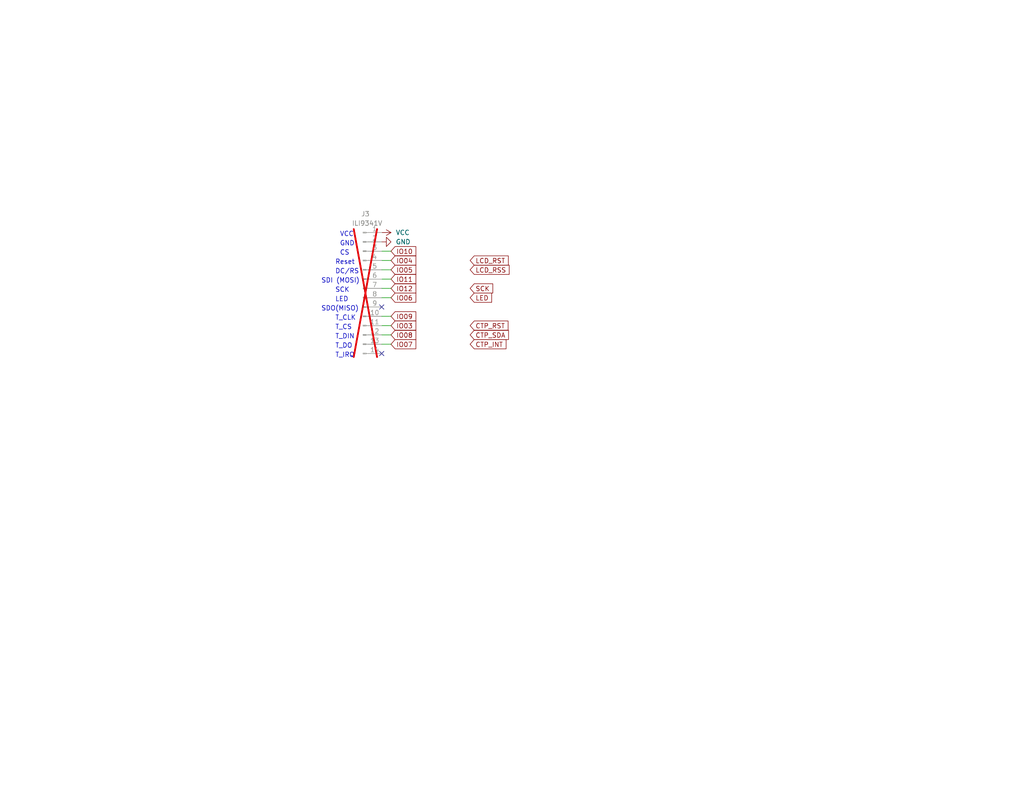
<source format=kicad_sch>
(kicad_sch (version 20231120) (generator "eeschema") (generator_version "8.0")
  (paper "USLetter")
  (title_block (title "RedTeamVillage") (date "2024-02-20") (rev "v1") (company "BadgePirates") (comment 1 "ESP32-S3 WROOM (WIFI/BTLE)") (comment 2 "USB to Serial Connector / MicroSD") (comment 3 "Lipo Charger / 14500 Battery x2 / Battery Guage") (comment 4 "4 Input Buttons  /Rotary Dials / SPI TFT"))
  (lib_symbols
    (symbol "Connector:Conn_01x14_Pin" (pin_names (offset 1.016) hide)
      (property "Reference" "J" (at 0 17.78 0))
      (property "Value" "Conn_01x14_Pin" (at 0 -20.32 0))
      (symbol "Conn_01x14_Pin_1_1"
        (polyline (pts (xy 1.27 -17.78) (xy 0.8636 -17.78)) (stroke (width 0.1524)))
        (polyline (pts (xy 1.27 -15.24) (xy 0.8636 -15.24)) (stroke (width 0.1524)))
        (polyline (pts (xy 1.27 -12.7) (xy 0.8636 -12.7)) (stroke (width 0.1524)))
        (polyline (pts (xy 1.27 -10.16) (xy 0.8636 -10.16)) (stroke (width 0.1524)))
        (polyline (pts (xy 1.27 -7.62) (xy 0.8636 -7.62)) (stroke (width 0.1524)))
        (polyline (pts (xy 1.27 -5.08) (xy 0.8636 -5.08)) (stroke (width 0.1524)))
        (polyline (pts (xy 1.27 -2.54) (xy 0.8636 -2.54)) (stroke (width 0.1524)))
        (polyline (pts (xy 1.27 0) (xy 0.8636 0)) (stroke (width 0.1524)))
        (polyline (pts (xy 1.27 2.54) (xy 0.8636 2.54)) (stroke (width 0.1524)))
        (polyline (pts (xy 1.27 5.08) (xy 0.8636 5.08)) (stroke (width 0.1524)))
        (polyline (pts (xy 1.27 7.62) (xy 0.8636 7.62)) (stroke (width 0.1524)))
        (polyline (pts (xy 1.27 10.16) (xy 0.8636 10.16)) (stroke (width 0.1524)))
        (polyline (pts (xy 1.27 12.7) (xy 0.8636 12.7)) (stroke (width 0.1524)))
        (polyline (pts (xy 1.27 15.24) (xy 0.8636 15.24)) (stroke (width 0.1524)))
        (rectangle (start 0.8636 -17.653) (end 0 -17.907) (stroke (width 0.1524)) (fill (type outline)))
        (rectangle (start 0.8636 -15.113) (end 0 -15.367) (stroke (width 0.1524)) (fill (type outline)))
        (rectangle (start 0.8636 -12.573) (end 0 -12.827) (stroke (width 0.1524)) (fill (type outline)))
        (rectangle (start 0.8636 -10.033) (end 0 -10.287) (stroke (width 0.1524)) (fill (type outline)))
        (rectangle (start 0.8636 -7.493) (end 0 -7.747) (stroke (width 0.1524)) (fill (type outline)))
        (rectangle (start 0.8636 -4.953) (end 0 -5.207) (stroke (width 0.1524)) (fill (type outline)))
        (rectangle (start 0.8636 -2.413) (end 0 -2.667) (stroke (width 0.1524)) (fill (type outline)))
        (rectangle (start 0.8636 0.127) (end 0 -0.127) (stroke (width 0.1524)) (fill (type outline)))
        (rectangle (start 0.8636 2.667) (end 0 2.413) (stroke (width 0.1524)) (fill (type outline)))
        (rectangle (start 0.8636 5.207) (end 0 4.953) (stroke (width 0.1524)) (fill (type outline)))
        (rectangle (start 0.8636 7.747) (end 0 7.493) (stroke (width 0.1524)) (fill (type outline)))
        (rectangle (start 0.8636 10.287) (end 0 10.033) (stroke (width 0.1524)) (fill (type outline)))
        (rectangle (start 0.8636 12.827) (end 0 12.573) (stroke (width 0.1524)) (fill (type outline)))
        (rectangle (start 0.8636 15.367) (end 0 15.113) (stroke (width 0.1524)) (fill (type outline)))
        (pin passive line (at 5.08 15.24 180) (length 3.81) (name "Pin_1") (number "1"))
        (pin passive line (at 5.08 -7.62 180) (length 3.81) (name "Pin_10") (number "10"))
        (pin passive line (at 5.08 -10.16 180) (length 3.81) (name "Pin_11") (number "11"))
        (pin passive line (at 5.08 -12.7 180) (length 3.81) (name "Pin_12") (number "12"))
        (pin passive line (at 5.08 -15.24 180) (length 3.81) (name "Pin_13") (number "13"))
        (pin passive line (at 5.08 -17.78 180) (length 3.81) (name "Pin_14") (number "14"))
        (pin passive line (at 5.08 12.7 180) (length 3.81) (name "Pin_2") (number "2"))
        (pin passive line (at 5.08 10.16 180) (length 3.81) (name "Pin_3") (number "3"))
        (pin passive line (at 5.08 7.62 180) (length 3.81) (name "Pin_4") (number "4"))
        (pin passive line (at 5.08 5.08 180) (length 3.81) (name "Pin_5") (number "5"))
        (pin passive line (at 5.08 2.54 180) (length 3.81) (name "Pin_6") (number "6"))
        (pin passive line (at 5.08 0 180) (length 3.81) (name "Pin_7") (number "7"))
        (pin passive line (at 5.08 -2.54 180) (length 3.81) (name "Pin_8") (number "8"))
        (pin passive line (at 5.08 -5.08 180) (length 3.81) (name "Pin_9") (number "9"))
      )
    )
    (symbol "VCC_2" (power) (pin_names (offset 0))
      (property "Value" "VCC_2" (at 0 3.81 0))
      (symbol "VCC_2_0_1"
        (polyline (pts (xy -0.762 1.27) (xy 0 2.54)))
        (polyline (pts (xy 0 0) (xy 0 2.54)))
        (polyline (pts (xy 0 2.54) (xy 0.762 1.27)))
      )
      (symbol "VCC_2_1_1"
        (pin power_in line (at 0 0 90) (length 0) hide (name "VCC") (number "1"))
      )
    )
    (symbol "power:GND" (power) (pin_names (offset 0))
      (property "Value" "GND" (at 0 -3.81 0))
      (symbol "GND_0_1"
        (polyline (pts (xy 0 0) (xy 0 -1.27) (xy 1.27 -1.27) (xy 0 -2.54) (xy -1.27 -1.27) (xy 0 -1.27)))
      )
      (symbol "GND_1_1"
        (pin power_in line (at 0 0 270) (length 0) hide (name "GND") (number "1"))
      )
    )
  )
  (no_connect (at 104.14 96.52))
  (no_connect (at 104.14 83.82))
  (wire (pts (xy 104.14 93.98) (xy 106.68 93.98)))
  (wire (pts (xy 104.14 78.74) (xy 106.68 78.74)))
  (wire (pts (xy 104.14 76.2) (xy 106.68 76.2)))
  (wire (pts (xy 104.14 81.28) (xy 106.68 81.28)))
  (wire (pts (xy 104.14 71.12) (xy 106.68 71.12)))
  (wire (pts (xy 104.14 86.36) (xy 106.68 86.36)))
  (wire (pts (xy 104.14 73.66) (xy 106.68 73.66)))
  (wire (pts (xy 104.14 88.9) (xy 106.68 88.9)))
  (wire (pts (xy 104.14 91.44) (xy 106.68 91.44)))
  (wire (pts (xy 104.14 68.58) (xy 106.68 68.58)))
  (text "Reset" (at 91.44 72.39 0) (effects (font (size 1.27 1.27)) (justify left bottom)))
  (text "SDO(MISO)" (at 87.63 85.09 0) (effects (font (size 1.27 1.27)) (justify left bottom)))
  (text "SCK" (at 91.44 80.01 0) (effects (font (size 1.27 1.27)) (justify left bottom)))
  (text "T_CLK" (at 91.44 87.63 0) (effects (font (size 1.27 1.27)) (justify left bottom)))
  (text "SDI (MOSI)" (at 87.63 77.47 0) (effects (font (size 1.27 1.27)) (justify left bottom)))
  (text "LED" (at 91.44 82.55 0) (effects (font (size 1.27 1.27)) (justify left bottom)))
  (text "T_IRQ" (at 91.44 97.79 0) (effects (font (size 1.27 1.27)) (justify left bottom)))
  (text "T_DO" (at 91.44 95.25 0) (effects (font (size 1.27 1.27)) (justify left bottom)))
  (text "GND" (at 92.71 67.31 0) (effects (font (size 1.27 1.27)) (justify left bottom)))
  (text "T_CS" (at 91.44 90.17 0) (effects (font (size 1.27 1.27)) (justify left bottom)))
  (text "DC/RS" (at 91.44 74.93 0) (effects (font (size 1.27 1.27)) (justify left bottom)))
  (text "T_DIN" (at 91.44 92.71 0) (effects (font (size 1.27 1.27)) (justify left bottom)))
  (text "VCC" (at 92.71 64.77 0) (effects (font (size 1.27 1.27)) (justify left bottom)))
  (text "CS" (at 92.71 69.85 0) (effects (font (size 1.27 1.27)) (justify left bottom)))
  (global_label "IO11" (shape input) (at 106.68 76.2 0) (property "Intersheetrefs" "${INTERSHEET_REFS}" (effects (hide yes))))
  (global_label "IO05" (shape input) (at 106.68 73.66 0) (property "Intersheetrefs" "${INTERSHEET_REFS}" (effects (hide yes))))
  (global_label "SCK" (shape input) (at 128.27 78.74 0) (property "Intersheetrefs" "${INTERSHEET_REFS}" (effects (hide yes))))
  (global_label "CTP_INT" (shape input) (at 128.27 93.98 0) (property "Intersheetrefs" "${INTERSHEET_REFS}" (effects (hide yes))))
  (global_label "LCD_RSS" (shape input) (at 128.27 73.66 0) (property "Intersheetrefs" "${INTERSHEET_REFS}" (effects (hide yes))))
  (global_label "LED" (shape input) (at 128.27 81.28 0) (property "Intersheetrefs" "${INTERSHEET_REFS}" (effects (hide yes))))
  (global_label "IO07" (shape input) (at 106.68 93.98 0) (property "Intersheetrefs" "${INTERSHEET_REFS}" (effects (hide yes))))
  (global_label "CTP_RST" (shape input) (at 128.27 88.9 0) (property "Intersheetrefs" "${INTERSHEET_REFS}" (effects (hide yes))))
  (global_label "IO12" (shape input) (at 106.68 78.74 0) (property "Intersheetrefs" "${INTERSHEET_REFS}" (effects (hide yes))))
  (global_label "LCD_RST" (shape input) (at 128.27 71.12 0) (property "Intersheetrefs" "${INTERSHEET_REFS}" (effects (hide yes))))
  (global_label "IO09" (shape input) (at 106.68 86.36 0) (property "Intersheetrefs" "${INTERSHEET_REFS}" (effects (hide yes))))
  (global_label "CTP_SDA" (shape input) (at 128.27 91.44 0) (property "Intersheetrefs" "${INTERSHEET_REFS}" (effects (hide yes))))
  (global_label "IO08" (shape input) (at 106.68 91.44 0) (property "Intersheetrefs" "${INTERSHEET_REFS}" (effects (hide yes))))
  (global_label "IO06" (shape input) (at 106.68 81.28 0) (property "Intersheetrefs" "${INTERSHEET_REFS}" (effects (hide yes))))
  (global_label "IO10" (shape input) (at 106.68 68.58 0) (property "Intersheetrefs" "${INTERSHEET_REFS}" (effects (hide yes))))
  (global_label "IO04" (shape input) (at 106.68 71.12 0) (property "Intersheetrefs" "${INTERSHEET_REFS}" (effects (hide yes))))
  (global_label "IO03" (shape input) (at 106.68 88.9 0) (property "Intersheetrefs" "${INTERSHEET_REFS}" (effects (hide yes))))
  (symbol (lib_id "power:GND") (at 104.14 66.04 90) (unit 1)
    (property "Reference" "#PWR058" (effects (hide yes)))
    (property "Value" "GND" (at 107.95 66.04 90) (effects (justify right)))
  )
  (symbol (lib_name "VCC_2") (lib_id "power:VCC") (at 104.14 63.5 270) (unit 1)
    (property "Reference" "#PWR057" (effects (hide yes)))
    (property "Value" "VCC" (at 107.95 63.5 90) (effects (justify left)))
  )
  (symbol (lib_id "Connector:Conn_01x14_Pin") (at 99.06 78.74 0) (unit 1) (dnp yes)
    (property "Reference" "J3" (at 99.695 58.42 0))
    (property "Value" " ILI9341V" (at 99.695 60.96 0))
    (property "Footprint" "Connector_PinHeader_2.54mm:PinHeader_1x14_P2.54mm_Vertical" (effects (hide yes)))
  )
)
</source>
